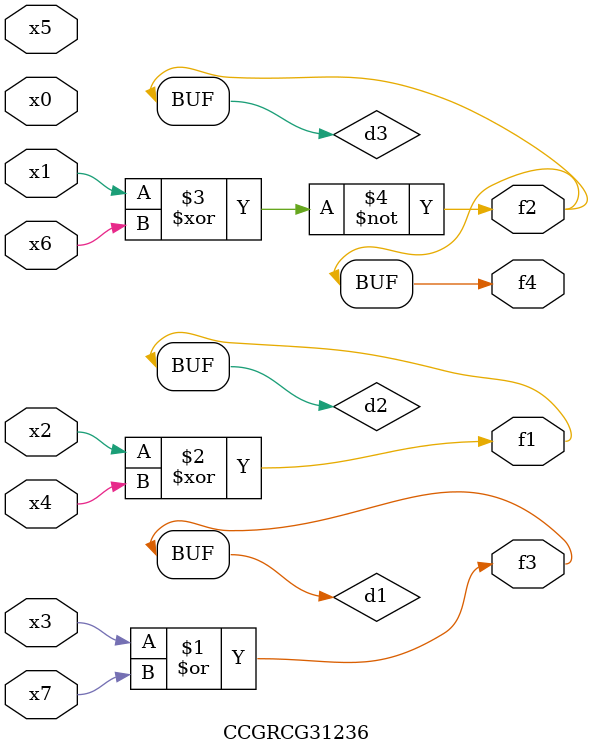
<source format=v>
module CCGRCG31236(
	input x0, x1, x2, x3, x4, x5, x6, x7,
	output f1, f2, f3, f4
);

	wire d1, d2, d3;

	or (d1, x3, x7);
	xor (d2, x2, x4);
	xnor (d3, x1, x6);
	assign f1 = d2;
	assign f2 = d3;
	assign f3 = d1;
	assign f4 = d3;
endmodule

</source>
